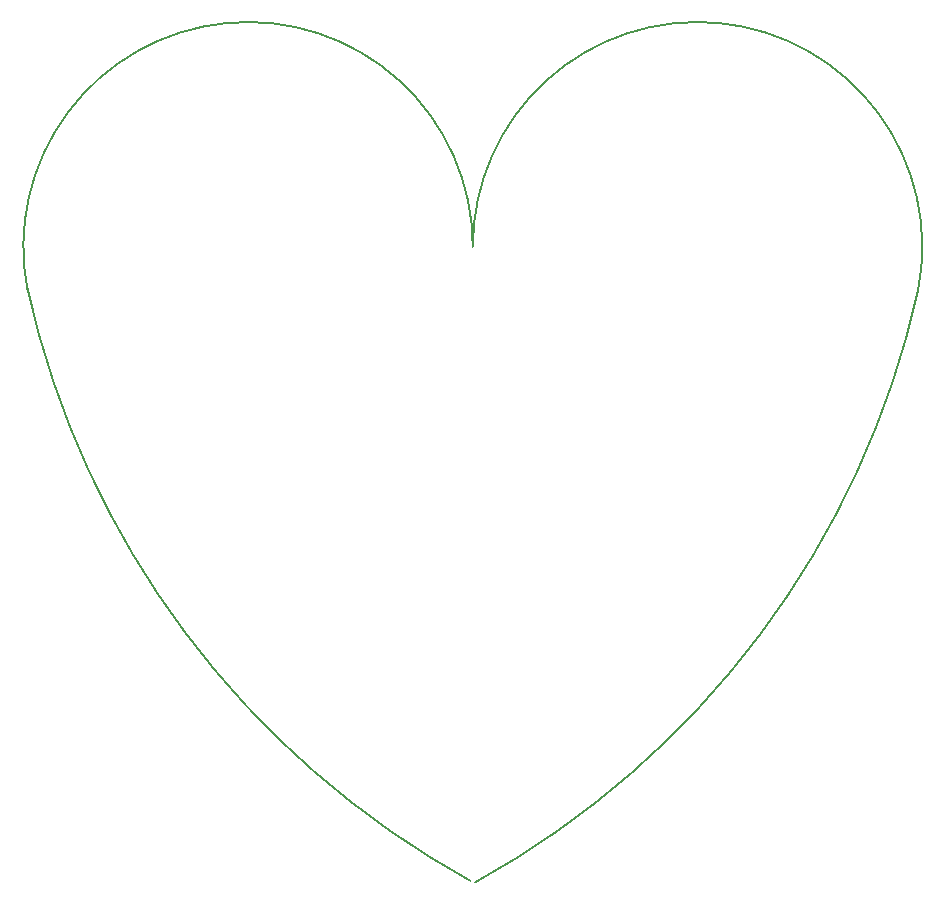
<source format=gbr>
G04 #@! TF.GenerationSoftware,KiCad,Pcbnew,(6.0.0-rc1-dev-305-gf0b8b21)*
G04 #@! TF.CreationDate,2020-02-04T16:23:11-08:00*
G04 #@! TF.ProjectId,Citlaly's Surprise,4369746C616C79277320537572707269,rev?*
G04 #@! TF.SameCoordinates,Original*
G04 #@! TF.FileFunction,Profile,NP*
%FSLAX46Y46*%
G04 Gerber Fmt 4.6, Leading zero omitted, Abs format (unit mm)*
G04 Created by KiCad (PCBNEW (6.0.0-rc1-dev-305-gf0b8b21)) date Tuesday, February 04, 2020 at 04:23:11 PM*
%MOMM*%
%LPD*%
G01*
G04 APERTURE LIST*
%ADD10C,0.150000*%
G04 APERTURE END LIST*
D10*
X164231346Y-116314601D02*
G75*
G03X201760644Y-66167000I-36638702J66536379D01*
G01*
X164062827Y-62497303D02*
G75*
G02X201760644Y-66167000I19028817J13303D01*
G01*
X163894298Y-116187601D02*
G75*
G02X126365000Y-66040000I36638702J66536379D01*
G01*
X164062817Y-62497303D02*
G75*
G03X126365000Y-66167000I-19028817J13303D01*
G01*
M02*

</source>
